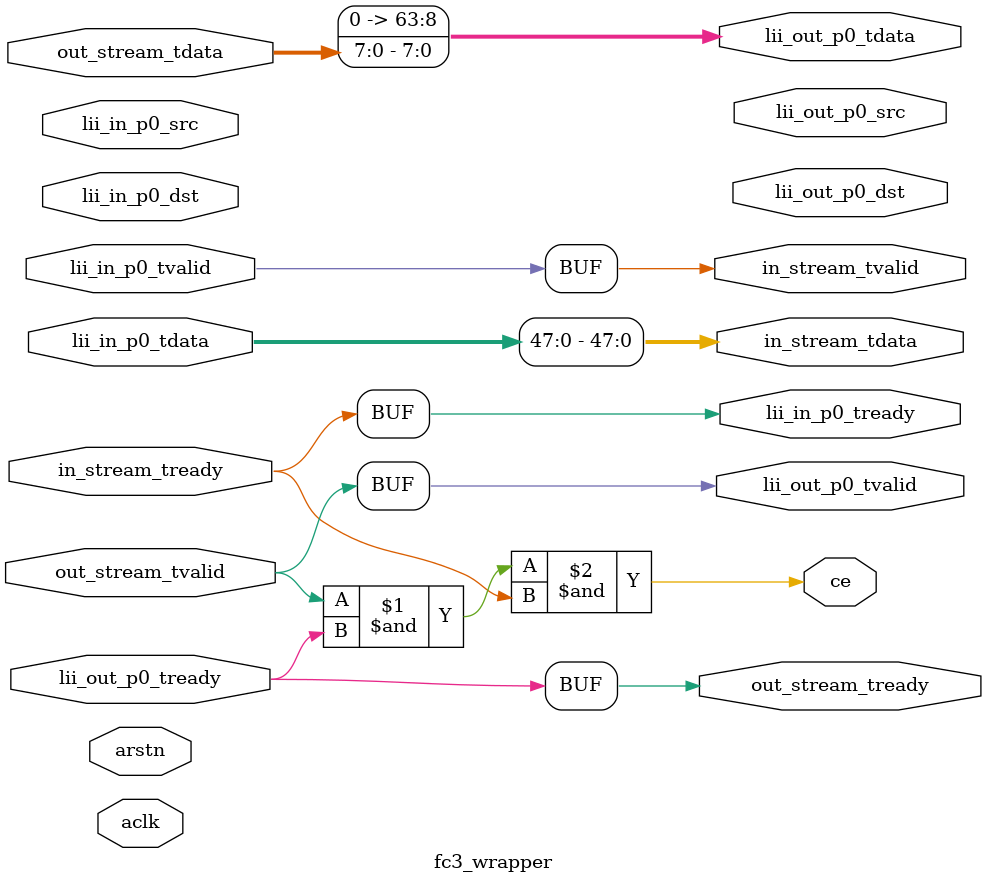
<source format=v>
`timescale 1ns/1ps

module fc3_wrapper
#(
    parameter NIN  = 1,   // logic input streams
    parameter NOUT = 1,  // logic output streams
    parameter P    = 1,              // phy in channels
    parameter Q    = 1,             // phy out channels
    parameter PW   = 64              // packing width
)
(
    // ------ clock and reset ------
    input  wire                     aclk,
    input  wire                     arstn,
    // ------ LII phy input ------
    input  wire [PW-1:0]            lii_in_p0_tdata,
    input  wire                     lii_in_p0_tvalid,
    output wire                     lii_in_p0_tready,
    input  wire [7:0]               lii_in_p0_src,
    input  wire [7:0]               lii_in_p0_dst,
    // ------ LII phy output ------
    output wire [PW-1:0]            lii_out_p0_tdata,
    output wire                     lii_out_p0_tvalid,
    input  wire                     lii_out_p0_tready,
    output wire [7:0]               lii_out_p0_src,
    output wire [7:0]               lii_out_p0_dst,
    // ------ connection to HLS kernel ------
    output wire [47:0]   in_stream_tdata,
    output wire                     in_stream_tvalid,
    input  wire                     in_stream_tready,
    input  wire [7:0]   out_stream_tdata,
    input  wire                     out_stream_tvalid,
    output wire                     out_stream_tready,
    // ------ clock enable for HLS kernel ------
    output wire                     ce
);

    // ========= input: unpack =========
    assign lii_in_p0_tready =
        in_stream_tready;
    assign in_stream_tdata  = lii_in_p0_tdata[47:0];
    assign in_stream_tvalid = lii_in_p0_tvalid;

    // ========= output: pack =========
    assign lii_out_p0_tvalid = 
        out_stream_tvalid;
    assign lii_out_p0_tdata = {
        out_stream_tdata
    };
    assign { out_stream_tready } =
           { lii_out_p0_tready };

    // ========= kernel clock gating =========
    assign ce = (out_stream_tvalid) &
                (lii_out_p0_tready) &
                (lii_in_p0_tready);
endmodule
</source>
